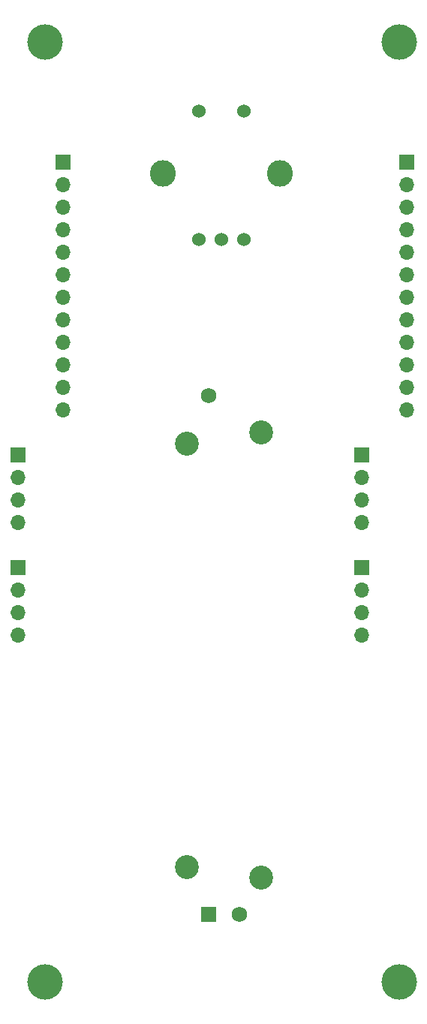
<source format=gbr>
%TF.GenerationSoftware,KiCad,Pcbnew,7.0.7*%
%TF.CreationDate,2023-10-20T22:21:11-07:00*%
%TF.ProjectId,etchascope-pcb,65746368-6173-4636-9f70-652d7063622e,rev?*%
%TF.SameCoordinates,Original*%
%TF.FileFunction,Soldermask,Bot*%
%TF.FilePolarity,Negative*%
%FSLAX46Y46*%
G04 Gerber Fmt 4.6, Leading zero omitted, Abs format (unit mm)*
G04 Created by KiCad (PCBNEW 7.0.7) date 2023-10-20 22:21:11*
%MOMM*%
%LPD*%
G01*
G04 APERTURE LIST*
%ADD10R,1.700000X1.700000*%
%ADD11O,1.700000X1.700000*%
%ADD12C,4.000000*%
%ADD13C,1.524000*%
%ADD14O,2.900000X3.000000*%
%ADD15R,1.750000X1.750000*%
%ADD16C,1.750000*%
%ADD17C,2.700000*%
G04 APERTURE END LIST*
D10*
%TO.C,J3*%
X167625000Y-85772963D03*
X167625000Y-98472963D03*
X172705000Y-52752963D03*
X172705000Y-52752963D03*
D11*
X167625000Y-88312963D03*
X167625000Y-101012963D03*
X172705000Y-55292963D03*
X172705000Y-55292963D03*
X167625000Y-90852963D03*
X167625000Y-103552963D03*
X172705000Y-57832963D03*
X172705000Y-57832963D03*
X167625000Y-93392963D03*
X167625000Y-106092963D03*
X172705000Y-60372963D03*
X172705000Y-60372963D03*
X172705000Y-62912963D03*
X172705000Y-62912963D03*
X172705000Y-65452963D03*
X172705000Y-65452963D03*
X172705000Y-67992963D03*
X172705000Y-67992963D03*
X172705000Y-70532963D03*
X172705000Y-70532963D03*
X172705000Y-73072963D03*
X172705000Y-73072963D03*
X172705000Y-75612963D03*
X172705000Y-75612963D03*
X172705000Y-78152963D03*
X172705000Y-78152963D03*
X172705000Y-80692963D03*
X172705000Y-80692963D03*
%TD*%
D10*
%TO.C,J2*%
X128825000Y-85772963D03*
X128825000Y-98472963D03*
X133905000Y-52752963D03*
X133905000Y-52752963D03*
D11*
X128825000Y-88312963D03*
X128825000Y-101012963D03*
X133905000Y-55292963D03*
X133905000Y-55292963D03*
X128825000Y-90852963D03*
X128825000Y-103552963D03*
X133905000Y-57832963D03*
X133905000Y-57832963D03*
X128825000Y-93392963D03*
X128825000Y-106092963D03*
X133905000Y-60372963D03*
X133905000Y-60372963D03*
X133905000Y-62912963D03*
X133905000Y-62912963D03*
X133905000Y-65452963D03*
X133905000Y-65452963D03*
X133905000Y-67992963D03*
X133905000Y-67992963D03*
X133905000Y-70532963D03*
X133905000Y-70532963D03*
X133905000Y-73072963D03*
X133905000Y-73072963D03*
X133905000Y-75612963D03*
X133905000Y-75612963D03*
X133905000Y-78152963D03*
X133905000Y-78152963D03*
X133905000Y-80692963D03*
X133905000Y-80692963D03*
%TD*%
D12*
%TO.C,REF\u002A\u002A*%
X131905000Y-145192963D03*
%TD*%
%TO.C,REF\u002A\u002A*%
X171905000Y-145192963D03*
%TD*%
D13*
%TO.C,SW1*%
X149305000Y-61490000D03*
X154305000Y-61490000D03*
X151805000Y-61490000D03*
X149305000Y-46990000D03*
X154305000Y-46990000D03*
D14*
X145205000Y-53990000D03*
X158405000Y-53990000D03*
%TD*%
D12*
%TO.C,REF\u002A\u002A*%
X171905000Y-39192963D03*
%TD*%
%TO.C,REF\u002A\u002A*%
X131905000Y-39192963D03*
%TD*%
D15*
%TO.C,RV1*%
X150355000Y-137609000D03*
D16*
X153855000Y-137609000D03*
X150355000Y-79109000D03*
D17*
X156305000Y-133459000D03*
X147905000Y-132259000D03*
X147905000Y-84459000D03*
X156305000Y-83259000D03*
%TD*%
M02*

</source>
